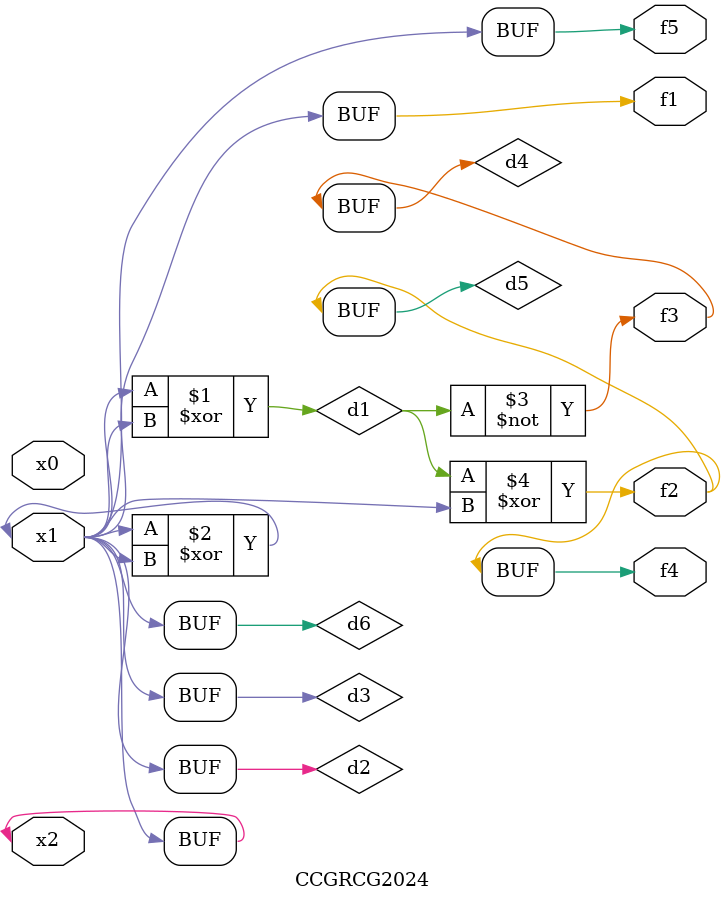
<source format=v>
module CCGRCG2024(
	input x0, x1, x2,
	output f1, f2, f3, f4, f5
);

	wire d1, d2, d3, d4, d5, d6;

	xor (d1, x1, x2);
	buf (d2, x1, x2);
	xor (d3, x1, x2);
	nor (d4, d1);
	xor (d5, d1, d2);
	buf (d6, d2, d3);
	assign f1 = d6;
	assign f2 = d5;
	assign f3 = d4;
	assign f4 = d5;
	assign f5 = d6;
endmodule

</source>
